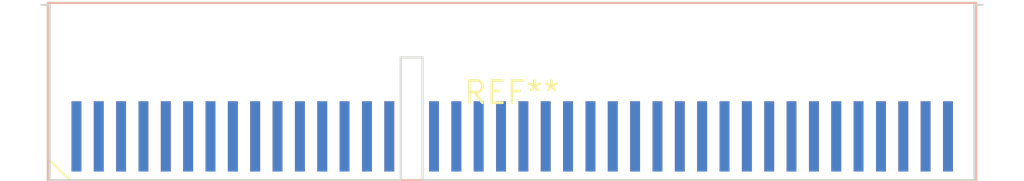
<source format=kicad_pcb>
(kicad_pcb (version 20240108) (generator pcbnew)
  (layers (0 "F.Cu" signal) (31 "B.Cu" signal) (34 "B.Paste" user) (35 "F.Paste" user) (36 "B.SilkS" user "B.Silkscreen") (37 "F.SilkS" user "F.Silkscreen") (38 "B.Mask" user) (39 "F.Mask" user) (44 "Edge.Cuts" user))
  (net 0 "")
  (footprint "Samtec_MECF-40-0_-L-DV_2x40_P1.27mm_Polarized_Edge" (layer "F.Cu") (at 0 0)
    (property "Reference" "REF**")
    (property "Value" "Samtec_MECF-40-0_-L-DV_2x40_P1.27mm_Polarized_Edge")
    (fp_line (start -26.38 -5.11) (end 26.38 -5.11) (layer "B.SilkS") (stroke (width 0.12)))
    (fp_line (start -26.38 5) (end -26.38 -5.11) (layer "B.SilkS") (stroke (width 0.12)))
    (fp_line (start -26.38 5) (end 26.38 5) (layer "B.SilkS") (stroke (width 0.12)))
    (fp_line (start 26.38 5) (end 26.38 -5.11) (layer "B.SilkS") (stroke (width 0.12)))
    (fp_line (start -26.38 -5.11) (end 26.38 -5.11) (layer "F.SilkS") (stroke (width 0.12)))
    (fp_line (start -26.38 3.73) (end -26.38 -5.11) (layer "F.SilkS") (stroke (width 0.12)))
    (fp_line (start -25.11 5) (end -26.38 3.73) (layer "F.SilkS") (stroke (width 0.12)))
    (fp_line (start -25.11 5) (end 26.38 5) (layer "F.SilkS") (stroke (width 0.12)))
    (fp_line (start 26.38 5) (end 26.38 -5.11) (layer "F.SilkS") (stroke (width 0.12)))
    (fp_line (start -26.75 -5) (end -26.275 -5) (layer "Edge.Cuts") (stroke (width 0.12)))
    (fp_line (start -26.275 5) (end -26.275 -5) (layer "Edge.Cuts") (stroke (width 0.12)))
    (fp_line (start -26.275 5) (end -6.325 5) (layer "Edge.Cuts") (stroke (width 0.12)))
    (fp_line (start -6.325 -2) (end -5.085 -2) (layer "Edge.Cuts") (stroke (width 0.12)))
    (fp_line (start -6.325 5) (end -6.325 -2) (layer "Edge.Cuts") (stroke (width 0.12)))
    (fp_line (start -5.085 5) (end -5.085 -2) (layer "Edge.Cuts") (stroke (width 0.12)))
    (fp_line (start -5.085 5) (end 26.275 5) (layer "Edge.Cuts") (stroke (width 0.12)))
    (fp_line (start 26.275 5) (end 26.275 -5) (layer "Edge.Cuts") (stroke (width 0.12)))
    (fp_line (start 26.75 -5) (end 26.275 -5) (layer "Edge.Cuts") (stroke (width 0.12)))
    (pad "1" connect rect (at -24.755 2.5) (size 0.56 4) (layers "F.Cu" "F.Mask"))
    (pad "2" connect rect (at -24.755 2.5) (size 0.56 4) (layers "B.Cu" "B.Mask"))
    (pad "3" connect rect (at -23.485 2.5) (size 0.56 4) (layers "F.Cu" "F.Mask"))
    (pad "4" connect rect (at -23.485 2.5) (size 0.56 4) (layers "B.Cu" "B.Mask"))
    (pad "5" connect rect (at -22.215 2.5) (size 0.56 4) (layers "F.Cu" "F.Mask"))
    (pad "6" connect rect (at -22.215 2.5) (size 0.56 4) (layers "B.Cu" "B.Mask"))
    (pad "7" connect rect (at -20.945 2.5) (size 0.56 4) (layers "F.Cu" "F.Mask"))
    (pad "8" connect rect (at -20.945 2.5) (size 0.56 4) (layers "B.Cu" "B.Mask"))
    (pad "9" connect rect (at -19.675 2.5) (size 0.56 4) (layers "F.Cu" "F.Mask"))
    (pad "10" connect rect (at -19.675 2.5) (size 0.56 4) (layers "B.Cu" "B.Mask"))
    (pad "11" connect rect (at -18.405 2.5) (size 0.56 4) (layers "F.Cu" "F.Mask"))
    (pad "12" connect rect (at -18.405 2.5) (size 0.56 4) (layers "B.Cu" "B.Mask"))
    (pad "13" connect rect (at -17.135 2.5) (size 0.56 4) (layers "F.Cu" "F.Mask"))
    (pad "14" connect rect (at -17.135 2.5) (size 0.56 4) (layers "B.Cu" "B.Mask"))
    (pad "15" connect rect (at -15.865 2.5) (size 0.56 4) (layers "F.Cu" "F.Mask"))
    (pad "16" connect rect (at -15.865 2.5) (size 0.56 4) (layers "B.Cu" "B.Mask"))
    (pad "17" connect rect (at -14.595 2.5) (size 0.56 4) (layers "F.Cu" "F.Mask"))
    (pad "18" connect rect (at -14.595 2.5) (size 0.56 4) (layers "B.Cu" "B.Mask"))
    (pad "19" connect rect (at -13.325 2.5) (size 0.56 4) (layers "F.Cu" "F.Mask"))
    (pad "20" connect rect (at -13.325 2.5) (size 0.56 4) (layers "B.Cu" "B.Mask"))
    (pad "21" connect rect (at -12.055 2.5) (size 0.56 4) (layers "F.Cu" "F.Mask"))
    (pad "22" connect rect (at -12.055 2.5) (size 0.56 4) (layers "B.Cu" "B.Mask"))
    (pad "23" connect rect (at -10.785 2.5) (size 0.56 4) (layers "F.Cu" "F.Mask"))
    (pad "24" connect rect (at -10.785 2.5) (size 0.56 4) (layers "B.Cu" "B.Mask"))
    (pad "25" connect rect (at -9.515 2.5) (size 0.56 4) (layers "F.Cu" "F.Mask"))
    (pad "26" connect rect (at -9.515 2.5) (size 0.56 4) (layers "B.Cu" "B.Mask"))
    (pad "27" connect rect (at -8.245 2.5) (size 0.56 4) (layers "F.Cu" "F.Mask"))
    (pad "28" connect rect (at -8.245 2.5) (size 0.56 4) (layers "B.Cu" "B.Mask"))
    (pad "29" connect rect (at -6.975 2.5) (size 0.56 4) (layers "F.Cu" "F.Mask"))
    (pad "30" connect rect (at -6.975 2.5) (size 0.56 4) (layers "B.Cu" "B.Mask"))
    (pad "33" connect rect (at -4.435 2.5) (size 0.56 4) (layers "F.Cu" "F.Mask"))
    (pad "34" connect rect (at -4.435 2.5) (size 0.56 4) (layers "B.Cu" "B.Mask"))
    (pad "35" connect rect (at -3.165 2.5) (size 0.56 4) (layers "F.Cu" "F.Mask"))
    (pad "36" connect rect (at -3.165 2.5) (size 0.56 4) (layers "B.Cu" "B.Mask"))
    (pad "37" connect rect (at -1.895 2.5) (size 0.56 4) (layers "F.Cu" "F.Mask"))
    (pad "38" connect rect (at -1.895 2.5) (size 0.56 4) (layers "B.Cu" "B.Mask"))
    (pad "39" connect rect (at -0.625 2.5) (size 0.56 4) (layers "F.Cu" "F.Mask"))
    (pad "40" connect rect (at -0.625 2.5) (size 0.56 4) (layers "B.Cu" "B.Mask"))
    (pad "41" connect rect (at 0.645 2.5) (size 0.56 4) (layers "F.Cu" "F.Mask"))
    (pad "42" connect rect (at 0.645 2.5) (size 0.56 4) (layers "B.Cu" "B.Mask"))
    (pad "43" connect rect (at 1.915 2.5) (size 0.56 4) (layers "F.Cu" "F.Mask"))
    (pad "44" connect rect (at 1.915 2.5) (size 0.56 4) (layers "B.Cu" "B.Mask"))
    (pad "45" connect rect (at 3.185 2.5) (size 0.56 4) (layers "F.Cu" "F.Mask"))
    (pad "46" connect rect (at 3.185 2.5) (size 0.56 4) (layers "B.Cu" "B.Mask"))
    (pad "47" connect rect (at 4.455 2.5) (size 0.56 4) (layers "F.Cu" "F.Mask"))
    (pad "48" connect rect (at 4.455 2.5) (size 0.56 4) (layers "B.Cu" "B.Mask"))
    (pad "49" connect rect (at 5.725 2.5) (size 0.56 4) (layers "F.Cu" "F.Mask"))
    (pad "50" connect rect (at 5.725 2.5) (size 0.56 4) (layers "B.Cu" "B.Mask"))
    (pad "51" connect rect (at 6.995 2.5) (size 0.56 4) (layers "F.Cu" "F.Mask"))
    (pad "52" connect rect (at 6.995 2.5) (size 0.56 4) (layers "B.Cu" "B.Mask"))
    (pad "53" connect rect (at 8.265 2.5) (size 0.56 4) (layers "F.Cu" "F.Mask"))
    (pad "54" connect rect (at 8.265 2.5) (size 0.56 4) (layers "B.Cu" "B.Mask"))
    (pad "55" connect rect (at 9.535 2.5) (size 0.56 4) (layers "F.Cu" "F.Mask"))
    (pad "56" connect rect (at 9.535 2.5) (size 0.56 4) (layers "B.Cu" "B.Mask"))
    (pad "57" connect rect (at 10.805 2.5) (size 0.56 4) (layers "F.Cu" "F.Mask"))
    (pad "58" connect rect (at 10.805 2.5) (size 0.56 4) (layers "B.Cu" "B.Mask"))
    (pad "59" connect rect (at 12.075 2.5) (size 0.56 4) (layers "F.Cu" "F.Mask"))
    (pad "60" connect rect (at 12.075 2.5) (size 0.56 4) (layers "B.Cu" "B.Mask"))
    (pad "61" connect rect (at 13.345 2.5) (size 0.56 4) (layers "F.Cu" "F.Mask"))
    (pad "62" connect rect (at 13.345 2.5) (size 0.56 4) (layers "B.Cu" "B.Mask"))
    (pad "63" connect rect (at 14.615 2.5) (size 0.56 4) (layers "F.Cu" "F.Mask"))
    (pad "64" connect rect (at 14.615 2.5) (size 0.56 4) (layers "B.Cu" "B.Mask"))
    (pad "65" connect rect (at 15.885 2.5) (size 0.56 4) (layers "F.Cu" "F.Mask"))
    (pad "66" connect rect (at 15.885 2.5) (size 0.56 4) (layers "B.Cu" "B.Mask"))
    (pad "67" connect rect (at 17.155 2.5) (size 0.56 4) (layers "F.Cu" "F.Mask"))
    (pad "68" connect rect (at 17.155 2.5) (size 0.56 4) (layers "B.Cu" "B.Mask"))
    (pad "69" connect rect (at 18.425 2.5) (size 0.56 4) (layers "F.Cu" "F.Mask"))
    (pad "70" connect rect (at 18.425 2.5) (size 0.56 4) (layers "B.Cu" "B.Mask"))
    (pad "71" connect rect (at 19.695 2.5) (size 0.56 4) (layers "F.Cu" "F.Mask"))
    (pad "72" connect rect (at 19.695 2.5) (size 0.56 4) (layers "B.Cu" "B.Mask"))
    (pad "73" connect rect (at 20.965 2.5) (size 0.56 4) (layers "F.Cu" "F.Mask"))
    (pad "74" connect rect (at 20.965 2.5) (size 0.56 4) (layers "B.Cu" "B.Mask"))
    (pad "75" connect rect (at 22.235 2.5) (size 0.56 4) (layers "F.Cu" "F.Mask"))
    (pad "76" connect rect (at 22.235 2.5) (size 0.56 4) (layers "B.Cu" "B.Mask"))
    (pad "77" connect rect (at 23.505 2.5) (size 0.56 4) (layers "F.Cu" "F.Mask"))
    (pad "78" connect rect (at 23.505 2.5) (size 0.56 4) (layers "B.Cu" "B.Mask"))
    (pad "79" connect rect (at 24.775 2.5) (size 0.56 4) (layers "F.Cu" "F.Mask"))
    (pad "80" connect rect (at 24.775 2.5) (size 0.56 4) (layers "B.Cu" "B.Mask"))
  )
)
</source>
